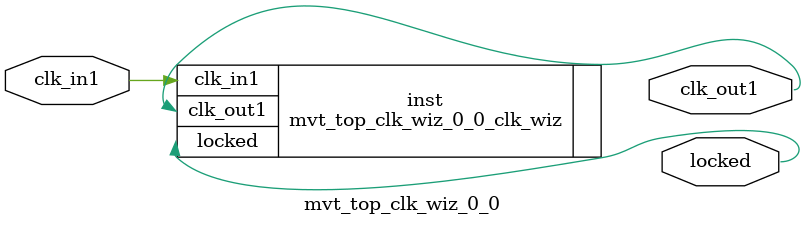
<source format=v>


`timescale 1ps/1ps

(* CORE_GENERATION_INFO = "mvt_top_clk_wiz_0_0,clk_wiz_v6_0_12_0_0,{component_name=mvt_top_clk_wiz_0_0,use_phase_alignment=false,use_min_o_jitter=false,use_max_i_jitter=false,use_dyn_phase_shift=false,use_inclk_switchover=false,use_dyn_reconfig=false,enable_axi=0,feedback_source=FDBK_AUTO,PRIMITIVE=MMCM,num_out_clk=1,clkin1_period=8.000,clkin2_period=10.000,use_power_down=false,use_reset=false,use_locked=true,use_inclk_stopped=false,feedback_type=SINGLE,CLOCK_MGR_TYPE=NA,manual_override=false}" *)

module mvt_top_clk_wiz_0_0 
 (
  // Clock out ports
  output        clk_out1,
  // Status and control signals
  output        locked,
 // Clock in ports
  input         clk_in1
 );

  mvt_top_clk_wiz_0_0_clk_wiz inst
  (
  // Clock out ports  
  .clk_out1(clk_out1),
  // Status and control signals               
  .locked(locked),
 // Clock in ports
  .clk_in1(clk_in1)
  );

endmodule

</source>
